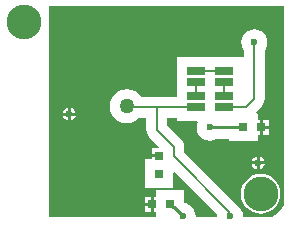
<source format=gbl>
G04*
G04 #@! TF.GenerationSoftware,Altium Limited,Altium Designer,19.0.12 (326)*
G04*
G04 Layer_Physical_Order=2*
G04 Layer_Color=16711680*
%FSLAX25Y25*%
%MOIN*%
G70*
G01*
G75*
%ADD24C,0.00984*%
%ADD26C,0.11600*%
%ADD27C,0.02362*%
%ADD28C,0.05000*%
%ADD29R,0.03150X0.02953*%
%ADD30R,0.02953X0.03150*%
%ADD31R,0.06299X0.02559*%
%ADD32C,0.00600*%
G36*
X135827Y45477D02*
X135226Y44353D01*
X134138Y43027D01*
X132812Y41939D01*
X131688Y41339D01*
X122412D01*
X122082Y41715D01*
X122084Y41732D01*
X121935Y42863D01*
X121499Y43916D01*
X120805Y44821D01*
X120150Y45324D01*
X119896Y45655D01*
X102500Y63051D01*
Y64815D01*
X102381Y65715D01*
X102034Y66554D01*
X101481Y67275D01*
X96786Y71969D01*
Y74521D01*
X100071D01*
Y73571D01*
X106752D01*
X107086Y73071D01*
X106804Y72390D01*
X106656Y71260D01*
X106804Y70129D01*
X107241Y69076D01*
X107935Y68171D01*
X108840Y67477D01*
X109893Y67041D01*
X111024Y66892D01*
X112154Y67041D01*
X113208Y67477D01*
X113351Y67587D01*
X117520D01*
Y66634D01*
X126969D01*
Y68783D01*
X127650D01*
Y71260D01*
X128150D01*
D01*
X127650D01*
Y73736D01*
X126969D01*
Y75886D01*
X126661D01*
X126469Y76348D01*
X128330Y78209D01*
X128883Y78930D01*
X129231Y79769D01*
X129350Y80669D01*
Y97027D01*
X129653Y97422D01*
X130089Y98476D01*
X130238Y99606D01*
X130089Y100737D01*
X129653Y101790D01*
X128959Y102695D01*
X128054Y103389D01*
X127001Y103825D01*
X125870Y103974D01*
X124740Y103825D01*
X123686Y103389D01*
X122781Y102695D01*
X122087Y101790D01*
X121651Y100737D01*
X121502Y99606D01*
X121651Y98476D01*
X122087Y97422D01*
X122391Y97027D01*
Y95078D01*
X122169Y94669D01*
X100071D01*
Y85811D01*
Y81479D01*
X88087D01*
X87399Y82376D01*
X86219Y83281D01*
X84845Y83851D01*
X83370Y84045D01*
X81895Y83851D01*
X80521Y83281D01*
X79341Y82376D01*
X78435Y81196D01*
X77866Y79821D01*
X77672Y78347D01*
X77866Y76872D01*
X78435Y75497D01*
X79341Y74317D01*
X80521Y73412D01*
X81895Y72842D01*
X83370Y72648D01*
X84845Y72842D01*
X86219Y73412D01*
X87399Y74317D01*
X87556Y74521D01*
X89828D01*
Y70528D01*
X89946Y69628D01*
X90294Y68788D01*
X90847Y68068D01*
X94067Y64848D01*
X93875Y64386D01*
X91618D01*
Y62311D01*
X94095D01*
Y61311D01*
X91618D01*
Y60630D01*
X89468D01*
Y51181D01*
X98721D01*
Y54874D01*
X98856Y55905D01*
X98820Y56182D01*
X99293Y56416D01*
X113421Y42288D01*
X113348Y41732D01*
X113350Y41715D01*
X113021Y41339D01*
X106664D01*
X106334Y41715D01*
X106336Y41732D01*
X106187Y42863D01*
X105751Y43916D01*
X105057Y44821D01*
X104152Y45515D01*
X103099Y45951D01*
X102920Y45975D01*
X102559Y46336D01*
Y50295D01*
X93110D01*
Y48146D01*
X92429D01*
Y45669D01*
X91929D01*
D01*
X92429D01*
Y43193D01*
X93110D01*
Y41339D01*
X57480D01*
X57480Y111811D01*
X135827Y111811D01*
X135827Y45477D01*
D02*
G37*
%LPC*%
G36*
X64673Y77859D02*
Y76234D01*
X66298D01*
X66228Y76585D01*
X65746Y77307D01*
X65024Y77789D01*
X64673Y77859D01*
D02*
G37*
G36*
X63673D02*
X63322Y77789D01*
X62601Y77307D01*
X62119Y76585D01*
X62049Y76234D01*
X63673D01*
Y77859D01*
D02*
G37*
G36*
X66298Y75234D02*
X64673D01*
Y73610D01*
X65024Y73680D01*
X65746Y74162D01*
X66228Y74883D01*
X66298Y75234D01*
D02*
G37*
G36*
X63673D02*
X62049D01*
X62119Y74883D01*
X62601Y74162D01*
X63322Y73680D01*
X63673Y73610D01*
Y75234D01*
D02*
G37*
G36*
X130724Y73736D02*
X128650D01*
Y71760D01*
X130724D01*
Y73736D01*
D02*
G37*
G36*
Y70760D02*
X128650D01*
Y68783D01*
X130724D01*
Y70760D01*
D02*
G37*
G36*
X127665Y61573D02*
Y59949D01*
X129290D01*
X129220Y60300D01*
X128738Y61021D01*
X128016Y61503D01*
X127665Y61573D01*
D02*
G37*
G36*
X126665D02*
X126314Y61503D01*
X125593Y61021D01*
X125111Y60300D01*
X125041Y59949D01*
X126665D01*
Y61573D01*
D02*
G37*
G36*
X129290Y58949D02*
X127665D01*
Y57324D01*
X128016Y57394D01*
X128738Y57876D01*
X129220Y58598D01*
X129290Y58949D01*
D02*
G37*
G36*
X126665D02*
X125041D01*
X125111Y58598D01*
X125593Y57876D01*
X126314Y57394D01*
X126665Y57324D01*
Y58949D01*
D02*
G37*
G36*
X91429Y48146D02*
X89354D01*
Y46169D01*
X91429D01*
Y48146D01*
D02*
G37*
G36*
Y45169D02*
X89354D01*
Y43193D01*
X91429D01*
Y45169D01*
D02*
G37*
G36*
X127953Y55832D02*
X126661Y55705D01*
X125420Y55328D01*
X124275Y54716D01*
X123272Y53893D01*
X122449Y52890D01*
X121837Y51746D01*
X121461Y50504D01*
X121334Y49213D01*
X121461Y47921D01*
X121837Y46679D01*
X122449Y45535D01*
X123272Y44532D01*
X124275Y43709D01*
X125420Y43097D01*
X126661Y42720D01*
X127953Y42593D01*
X129244Y42720D01*
X130486Y43097D01*
X131630Y43709D01*
X132633Y44532D01*
X133457Y45535D01*
X134068Y46679D01*
X134445Y47921D01*
X134572Y49213D01*
X134445Y50504D01*
X134068Y51746D01*
X133457Y52890D01*
X132633Y53893D01*
X131630Y54716D01*
X130486Y55328D01*
X129244Y55705D01*
X127953Y55832D01*
D02*
G37*
%LPD*%
D24*
X111024Y71260D02*
X122244D01*
X99015Y44685D02*
X101968Y41732D01*
X98819Y44685D02*
X99015D01*
X97835Y45669D02*
X98819Y44685D01*
D26*
X49213Y106299D02*
D03*
X127953Y49213D02*
D03*
D27*
X111024Y71260D02*
D03*
X127165Y59449D02*
D03*
X64173Y75734D02*
D03*
X125870Y99606D02*
D03*
X101968Y41732D02*
D03*
X94488Y55905D02*
D03*
X117716Y41732D02*
D03*
D28*
X83370Y78347D02*
D03*
D29*
X91929Y45669D02*
D03*
X97835D02*
D03*
X122244Y71260D02*
D03*
X128150D02*
D03*
D30*
X94095Y55905D02*
D03*
Y61811D02*
D03*
D31*
X115870Y78000D02*
D03*
Y81740D02*
D03*
Y86500D02*
D03*
Y90240D02*
D03*
X106370D02*
D03*
Y86500D02*
D03*
Y81740D02*
D03*
Y78000D02*
D03*
D32*
X125870Y80669D02*
Y99606D01*
X93307Y78000D02*
X106370D01*
X83716D02*
X93307D01*
Y70528D02*
Y78000D01*
Y70528D02*
X99020Y64815D01*
Y61610D02*
Y64815D01*
Y61610D02*
X117436Y43194D01*
Y42013D02*
Y43194D01*
Y42013D02*
X117716Y41732D01*
X123201Y78000D02*
X125870Y80669D01*
X115870Y78000D02*
X123201D01*
X115870Y81740D02*
Y86500D01*
X106370Y90240D02*
X115870D01*
X106370Y81740D02*
Y86500D01*
X83370Y78347D02*
X83716Y78000D01*
M02*

</source>
